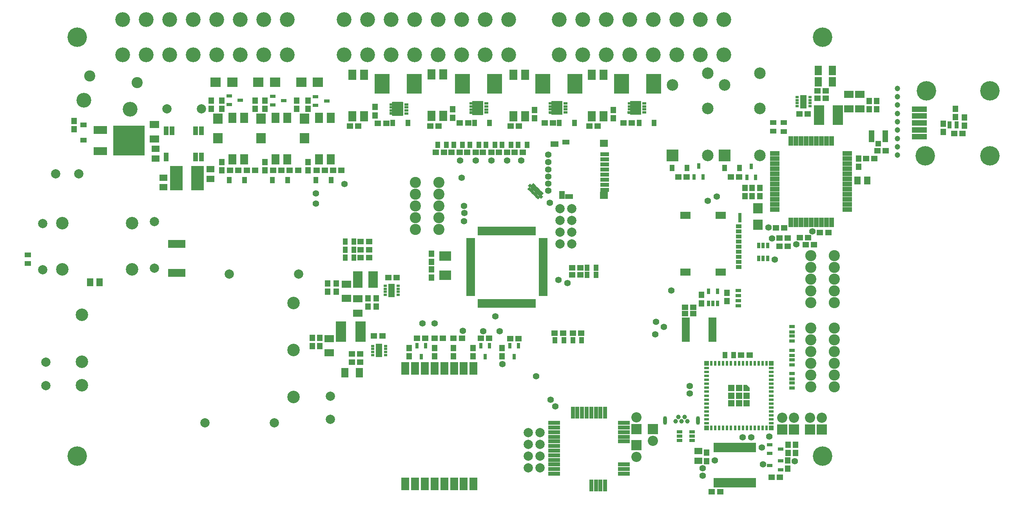
<source format=gts>
G04*
G04 #@! TF.GenerationSoftware,Altium Limited,Altium Designer,23.0.1 (38)*
G04*
G04 Layer_Color=8388736*
%FSLAX44Y44*%
%MOMM*%
G71*
G04*
G04 #@! TF.SameCoordinates,7681B053-B415-4EDE-A76C-09C314C6D952*
G04*
G04*
G04 #@! TF.FilePolarity,Negative*
G04*
G01*
G75*
%ADD87R,1.8532X0.5532*%
%ADD88R,0.5532X1.8532*%
%ADD89R,0.6532X2.0032*%
%ADD90R,1.3532X1.3032*%
%ADD91R,2.5032X0.9032*%
%ADD92R,0.9032X2.5032*%
%ADD93R,1.0032X2.0032*%
%ADD94R,2.0032X1.0032*%
%ADD95C,1.4032*%
%ADD96R,1.7532X1.2032*%
%ADD97R,1.2032X1.7532*%
%ADD98R,1.7032X1.0032*%
%ADD99R,1.7032X1.5032*%
%ADD100R,1.9532X0.9032*%
%ADD101R,1.6032X1.0032*%
%ADD102R,1.8032X2.2032*%
%ADD103R,2.2032X1.5532*%
%ADD104R,0.7032X2.0932*%
%ADD105R,1.1532X0.8732*%
%ADD106R,3.2032X1.2032*%
%ADD107R,3.2032X4.2032*%
%ADD108R,1.1132X1.4232*%
%ADD109R,0.8032X1.2032*%
G04:AMPARAMS|DCode=110|XSize=0.4032mm|YSize=0.6532mm|CornerRadius=0mm|HoleSize=0mm|Usage=FLASHONLY|Rotation=315.000|XOffset=0mm|YOffset=0mm|HoleType=Round|Shape=Rectangle|*
%AMROTATEDRECTD110*
4,1,4,-0.3735,-0.0884,0.0884,0.3735,0.3735,0.0884,-0.0884,-0.3735,-0.3735,-0.0884,0.0*
%
%ADD110ROTATEDRECTD110*%

G04:AMPARAMS|DCode=111|XSize=3.0032mm|YSize=0.5032mm|CornerRadius=0mm|HoleSize=0mm|Usage=FLASHONLY|Rotation=315.000|XOffset=0mm|YOffset=0mm|HoleType=Round|Shape=Rectangle|*
%AMROTATEDRECTD111*
4,1,4,-1.2397,0.8839,-0.8839,1.2397,1.2397,-0.8839,0.8839,-1.2397,-1.2397,0.8839,0.0*
%
%ADD111ROTATEDRECTD111*%

G04:AMPARAMS|DCode=112|XSize=0.5032mm|YSize=0.6532mm|CornerRadius=0mm|HoleSize=0mm|Usage=FLASHONLY|Rotation=315.000|XOffset=0mm|YOffset=0mm|HoleType=Round|Shape=Rectangle|*
%AMROTATEDRECTD112*
4,1,4,-0.4089,-0.0530,0.0530,0.4089,0.4089,0.0530,-0.0530,-0.4089,-0.4089,-0.0530,0.0*
%
%ADD112ROTATEDRECTD112*%

%ADD113R,1.0032X1.4032*%
%ADD114R,1.3032X1.3532*%
%ADD115R,2.6032X2.1032*%
%ADD116R,2.0032X1.5532*%
%ADD117R,2.0032X3.6032*%
%ADD118R,1.4532X2.9032*%
%ADD119R,0.7032X0.6032*%
%ADD120R,2.2032X4.4032*%
%ADD121R,1.5532X2.0032*%
%ADD122R,1.7032X2.7032*%
%ADD123R,1.2032X0.8032*%
%ADD124R,1.7532X1.4032*%
%ADD125R,1.2032X0.7832*%
%ADD126R,1.0032X0.6032*%
%ADD127R,0.6032X1.0032*%
%ADD128R,1.0032X1.0032*%
%ADD129R,1.0032X1.0032*%
%ADD130R,1.4032X1.4032*%
%ADD131R,1.4032X1.4032*%
%ADD132R,1.7032X0.6532*%
%ADD133R,0.8032X1.3032*%
%ADD134R,1.4032X1.7532*%
%ADD135R,0.8732X0.5032*%
%ADD136R,1.2032X1.2532*%
%ADD137R,1.2532X2.6032*%
%ADD138R,1.4032X1.0032*%
%ADD139R,2.2032X4.2032*%
%ADD140R,2.0032X2.3032*%
%ADD141R,0.9032X0.6032*%
%ADD142R,2.7032X5.3032*%
%ADD143R,3.7032X1.6532*%
%ADD144R,1.0032X1.9032*%
%ADD145R,1.4232X1.1132*%
%ADD146R,3.0032X1.7032*%
%ADD147R,6.8032X6.5032*%
%ADD148R,2.3032X2.0032*%
%ADD149C,2.4032*%
%ADD150C,3.2032*%
%ADD151C,2.5032*%
%ADD152R,2.5032X2.5032*%
%ADD153C,1.2032*%
%ADD154C,2.0032*%
%ADD155C,2.2032*%
%ADD156R,2.2032X2.2032*%
%ADD157O,0.8532X1.8532*%
%ADD158C,1.0032*%
%ADD159C,2.7032*%
%ADD160C,4.2032*%
G36*
X855133Y870010D02*
X855264Y869984D01*
X855390Y869941D01*
X855509Y869882D01*
X855620Y869808D01*
X855720Y869720D01*
X855808Y869620D01*
X855882Y869509D01*
X855941Y869390D01*
X855984Y869264D01*
X856010Y869133D01*
X856018Y869000D01*
Y841000D01*
X856010Y840867D01*
X855984Y840736D01*
X855941Y840610D01*
X855882Y840491D01*
X855808Y840380D01*
X855720Y840280D01*
X855620Y840192D01*
X855509Y840118D01*
X855390Y840059D01*
X855264Y840016D01*
X855133Y839990D01*
X855000Y839982D01*
X833000D01*
X832867Y839990D01*
X832737Y840016D01*
X832610Y840059D01*
X832491Y840118D01*
X832380Y840192D01*
X832280Y840280D01*
X832192Y840380D01*
X832118Y840491D01*
X832059Y840610D01*
X832017Y840736D01*
X831991Y840867D01*
X831982Y841000D01*
Y842232D01*
X827500D01*
X827367Y842241D01*
X827236Y842266D01*
X827110Y842309D01*
X826991Y842368D01*
X826880Y842442D01*
X826780Y842530D01*
X826692Y842630D01*
X826618Y842741D01*
X826559Y842860D01*
X826516Y842987D01*
X826490Y843117D01*
X826482Y843250D01*
Y847250D01*
X826490Y847383D01*
X826516Y847514D01*
X826559Y847640D01*
X826618Y847759D01*
X826692Y847870D01*
X826780Y847970D01*
X826880Y848058D01*
X826991Y848132D01*
X827110Y848191D01*
X827236Y848233D01*
X827367Y848260D01*
X827500Y848268D01*
X831982D01*
Y869000D01*
X831991Y869133D01*
X832017Y869264D01*
X832059Y869390D01*
X832118Y869509D01*
X832192Y869620D01*
X832280Y869720D01*
X832380Y869808D01*
X832491Y869882D01*
X832610Y869941D01*
X832737Y869984D01*
X832867Y870010D01*
X833000Y870018D01*
X855000D01*
X855133Y870010D01*
D02*
G37*
G36*
X1028133Y872010D02*
X1028263Y871983D01*
X1028390Y871941D01*
X1028509Y871882D01*
X1028620Y871808D01*
X1028720Y871720D01*
X1028808Y871620D01*
X1028882Y871509D01*
X1028941Y871390D01*
X1028984Y871264D01*
X1029009Y871133D01*
X1029018Y871000D01*
Y843000D01*
X1029009Y842867D01*
X1028984Y842737D01*
X1028941Y842610D01*
X1028882Y842491D01*
X1028808Y842380D01*
X1028720Y842280D01*
X1028620Y842192D01*
X1028509Y842118D01*
X1028390Y842059D01*
X1028263Y842017D01*
X1028133Y841991D01*
X1028000Y841982D01*
X1006000D01*
X1005867Y841991D01*
X1005736Y842017D01*
X1005610Y842059D01*
X1005491Y842118D01*
X1005380Y842192D01*
X1005280Y842280D01*
X1005192Y842380D01*
X1005118Y842491D01*
X1005059Y842610D01*
X1005016Y842737D01*
X1004990Y842867D01*
X1004982Y843000D01*
Y844232D01*
X1000500D01*
X1000367Y844240D01*
X1000237Y844267D01*
X1000110Y844309D01*
X999991Y844368D01*
X999880Y844442D01*
X999780Y844530D01*
X999692Y844630D01*
X999618Y844741D01*
X999559Y844860D01*
X999517Y844986D01*
X999491Y845117D01*
X999482Y845250D01*
Y849250D01*
X999491Y849383D01*
X999517Y849513D01*
X999559Y849640D01*
X999618Y849759D01*
X999692Y849870D01*
X999780Y849970D01*
X999880Y850058D01*
X999991Y850132D01*
X1000110Y850191D01*
X1000237Y850234D01*
X1000367Y850259D01*
X1000500Y850268D01*
X1004982D01*
Y871000D01*
X1004990Y871133D01*
X1005016Y871264D01*
X1005059Y871390D01*
X1005118Y871509D01*
X1005192Y871620D01*
X1005280Y871720D01*
X1005380Y871808D01*
X1005491Y871882D01*
X1005610Y871941D01*
X1005736Y871983D01*
X1005867Y872010D01*
X1006000Y872018D01*
X1028000D01*
X1028133Y872010D01*
D02*
G37*
G36*
X1369383Y872260D02*
X1369514Y872234D01*
X1369640Y872191D01*
X1369759Y872132D01*
X1369870Y872058D01*
X1369970Y871970D01*
X1370058Y871870D01*
X1370132Y871759D01*
X1370191Y871640D01*
X1370233Y871514D01*
X1370260Y871383D01*
X1370268Y871250D01*
Y843250D01*
X1370260Y843117D01*
X1370233Y842987D01*
X1370191Y842860D01*
X1370132Y842741D01*
X1370058Y842630D01*
X1369970Y842530D01*
X1369870Y842442D01*
X1369759Y842368D01*
X1369640Y842309D01*
X1369514Y842266D01*
X1369383Y842241D01*
X1369250Y842232D01*
X1347250D01*
X1347117Y842241D01*
X1346987Y842266D01*
X1346860Y842309D01*
X1346741Y842368D01*
X1346630Y842442D01*
X1346530Y842530D01*
X1346442Y842630D01*
X1346368Y842741D01*
X1346309Y842860D01*
X1346266Y842987D01*
X1346241Y843117D01*
X1346232Y843250D01*
Y844482D01*
X1341750D01*
X1341617Y844491D01*
X1341487Y844517D01*
X1341360Y844559D01*
X1341241Y844618D01*
X1341130Y844692D01*
X1341030Y844780D01*
X1340942Y844880D01*
X1340868Y844991D01*
X1340809Y845110D01*
X1340766Y845237D01*
X1340741Y845367D01*
X1340732Y845500D01*
Y849500D01*
X1340741Y849633D01*
X1340766Y849763D01*
X1340809Y849890D01*
X1340868Y850009D01*
X1340942Y850120D01*
X1341030Y850220D01*
X1341130Y850308D01*
X1341241Y850382D01*
X1341360Y850441D01*
X1341487Y850483D01*
X1341617Y850509D01*
X1341750Y850518D01*
X1346232D01*
Y871250D01*
X1346241Y871383D01*
X1346266Y871514D01*
X1346309Y871640D01*
X1346368Y871759D01*
X1346442Y871870D01*
X1346530Y871970D01*
X1346630Y872058D01*
X1346741Y872132D01*
X1346860Y872191D01*
X1346987Y872234D01*
X1347117Y872260D01*
X1347250Y872268D01*
X1369250D01*
X1369383Y872260D01*
D02*
G37*
G36*
X1199133Y872259D02*
X1199264Y872233D01*
X1199390Y872191D01*
X1199509Y872132D01*
X1199620Y872058D01*
X1199720Y871970D01*
X1199808Y871870D01*
X1199882Y871759D01*
X1199941Y871640D01*
X1199984Y871514D01*
X1200010Y871383D01*
X1200018Y871250D01*
Y843250D01*
X1200010Y843117D01*
X1199984Y842986D01*
X1199941Y842860D01*
X1199882Y842741D01*
X1199808Y842630D01*
X1199720Y842530D01*
X1199620Y842442D01*
X1199509Y842368D01*
X1199390Y842309D01*
X1199264Y842266D01*
X1199133Y842241D01*
X1199000Y842232D01*
X1177000D01*
X1176867Y842241D01*
X1176737Y842266D01*
X1176610Y842309D01*
X1176491Y842368D01*
X1176380Y842442D01*
X1176280Y842530D01*
X1176192Y842630D01*
X1176118Y842741D01*
X1176059Y842860D01*
X1176016Y842986D01*
X1175991Y843117D01*
X1175982Y843250D01*
Y844482D01*
X1171500D01*
X1171367Y844491D01*
X1171236Y844517D01*
X1171110Y844559D01*
X1170991Y844618D01*
X1170880Y844692D01*
X1170780Y844780D01*
X1170692Y844880D01*
X1170618Y844991D01*
X1170559Y845110D01*
X1170517Y845236D01*
X1170490Y845367D01*
X1170482Y845500D01*
Y849500D01*
X1170490Y849633D01*
X1170517Y849763D01*
X1170559Y849890D01*
X1170618Y850009D01*
X1170692Y850120D01*
X1170780Y850220D01*
X1170880Y850308D01*
X1170991Y850382D01*
X1171110Y850441D01*
X1171236Y850483D01*
X1171367Y850509D01*
X1171500Y850518D01*
X1175982D01*
Y871250D01*
X1175991Y871383D01*
X1176016Y871514D01*
X1176059Y871640D01*
X1176118Y871759D01*
X1176192Y871870D01*
X1176280Y871970D01*
X1176380Y872058D01*
X1176491Y872132D01*
X1176610Y872191D01*
X1176737Y872233D01*
X1176867Y872259D01*
X1177000Y872268D01*
X1199000D01*
X1199133Y872259D01*
D02*
G37*
G36*
X1598133Y258509D02*
X1598264Y258484D01*
X1598390Y258441D01*
X1598509Y258382D01*
X1598620Y258308D01*
X1598720Y258220D01*
X1604720Y252220D01*
X1604808Y252120D01*
X1604882Y252009D01*
X1604941Y251890D01*
X1604984Y251763D01*
X1605009Y251633D01*
X1605018Y251500D01*
Y245500D01*
X1605009Y245367D01*
X1604984Y245236D01*
X1604941Y245110D01*
X1604882Y244991D01*
X1604808Y244880D01*
X1604720Y244780D01*
X1604620Y244692D01*
X1604509Y244618D01*
X1604390Y244559D01*
X1604264Y244517D01*
X1604133Y244491D01*
X1604000Y244482D01*
X1592000D01*
X1591867Y244491D01*
X1591736Y244517D01*
X1591610Y244559D01*
X1591491Y244618D01*
X1591380Y244692D01*
X1591280Y244780D01*
X1591192Y244880D01*
X1591118Y244991D01*
X1591059Y245110D01*
X1591017Y245236D01*
X1590991Y245367D01*
X1590982Y245500D01*
Y257500D01*
X1590991Y257633D01*
X1591017Y257764D01*
X1591059Y257890D01*
X1591118Y258009D01*
X1591192Y258120D01*
X1591280Y258220D01*
X1591380Y258308D01*
X1591491Y258382D01*
X1591610Y258441D01*
X1591736Y258484D01*
X1591867Y258509D01*
X1592000Y258518D01*
X1598000D01*
X1598133Y258509D01*
D02*
G37*
D87*
X1001750Y573000D02*
D03*
Y568000D02*
D03*
Y563000D02*
D03*
Y558000D02*
D03*
Y553000D02*
D03*
Y548000D02*
D03*
Y543000D02*
D03*
Y538000D02*
D03*
Y533000D02*
D03*
Y528000D02*
D03*
Y523000D02*
D03*
Y518000D02*
D03*
Y513000D02*
D03*
Y508000D02*
D03*
Y503000D02*
D03*
Y498000D02*
D03*
Y493000D02*
D03*
Y488000D02*
D03*
Y483000D02*
D03*
Y478000D02*
D03*
Y473000D02*
D03*
Y468000D02*
D03*
Y463000D02*
D03*
Y458000D02*
D03*
Y453000D02*
D03*
X1158250D02*
D03*
Y458000D02*
D03*
Y463000D02*
D03*
Y468000D02*
D03*
Y473000D02*
D03*
Y478000D02*
D03*
Y483000D02*
D03*
Y488000D02*
D03*
Y493000D02*
D03*
Y498000D02*
D03*
Y503000D02*
D03*
Y508000D02*
D03*
Y513000D02*
D03*
Y518000D02*
D03*
Y523000D02*
D03*
Y528000D02*
D03*
Y533000D02*
D03*
Y538000D02*
D03*
Y543000D02*
D03*
Y548000D02*
D03*
Y553000D02*
D03*
Y558000D02*
D03*
Y563000D02*
D03*
Y568000D02*
D03*
Y573000D02*
D03*
D88*
X1020000Y434750D02*
D03*
X1025000D02*
D03*
X1030000D02*
D03*
X1035000D02*
D03*
X1040000D02*
D03*
X1045000D02*
D03*
X1050000D02*
D03*
X1055000D02*
D03*
X1060000D02*
D03*
X1065000D02*
D03*
X1070000D02*
D03*
X1075000D02*
D03*
X1080000D02*
D03*
X1085000D02*
D03*
X1090000D02*
D03*
X1095000D02*
D03*
X1100000D02*
D03*
X1105000D02*
D03*
X1110000D02*
D03*
X1115000D02*
D03*
X1120000D02*
D03*
X1125000D02*
D03*
X1130000D02*
D03*
X1135000D02*
D03*
X1140000D02*
D03*
Y591250D02*
D03*
X1135000D02*
D03*
X1130000D02*
D03*
X1125000D02*
D03*
X1120000D02*
D03*
X1115000D02*
D03*
X1110000D02*
D03*
X1105000D02*
D03*
X1100000D02*
D03*
X1095000D02*
D03*
X1090000D02*
D03*
X1085000D02*
D03*
X1080000D02*
D03*
X1075000D02*
D03*
X1070000D02*
D03*
X1065000D02*
D03*
X1060000D02*
D03*
X1055000D02*
D03*
X1050000D02*
D03*
X1045000D02*
D03*
X1040000D02*
D03*
X1035000D02*
D03*
X1030000D02*
D03*
X1025000D02*
D03*
X1020000D02*
D03*
D89*
X1530250Y46750D02*
D03*
X1536750D02*
D03*
X1543250D02*
D03*
X1549750D02*
D03*
X1556250D02*
D03*
X1562750D02*
D03*
X1569250D02*
D03*
X1575750D02*
D03*
X1582250D02*
D03*
X1588750D02*
D03*
X1595250D02*
D03*
X1601750D02*
D03*
X1608250D02*
D03*
X1614750D02*
D03*
X1530250Y122750D02*
D03*
X1536750D02*
D03*
X1543250D02*
D03*
X1549750D02*
D03*
X1556250D02*
D03*
X1562750D02*
D03*
X1569250D02*
D03*
X1575750D02*
D03*
X1582250D02*
D03*
X1588750D02*
D03*
X1595250D02*
D03*
X1601750D02*
D03*
X1608250D02*
D03*
X1614750D02*
D03*
D90*
X1222451Y370000D02*
D03*
X1240451D02*
D03*
X1725750Y561500D02*
D03*
X1743750D02*
D03*
X1239250Y511500D02*
D03*
X1221250D02*
D03*
X1239250Y496000D02*
D03*
X1221250D02*
D03*
X782250Y568250D02*
D03*
X764250D02*
D03*
X782250Y550250D02*
D03*
X764250D02*
D03*
Y533500D02*
D03*
X782250D02*
D03*
X824247Y490693D02*
D03*
X842247D02*
D03*
X763000Y307500D02*
D03*
X745000D02*
D03*
X763000Y325500D02*
D03*
X745000D02*
D03*
X811000Y364500D02*
D03*
X793000D02*
D03*
X886000Y359000D02*
D03*
X904000D02*
D03*
X942000D02*
D03*
X924000D02*
D03*
X983000Y359000D02*
D03*
X965000D02*
D03*
X1201500Y370000D02*
D03*
X1183500D02*
D03*
X1541000Y26750D02*
D03*
X1523000D02*
D03*
X1652250Y58250D02*
D03*
X1670250D02*
D03*
X1604500Y322500D02*
D03*
X1586500D02*
D03*
X1482750Y412000D02*
D03*
X1464750D02*
D03*
X1482750Y426250D02*
D03*
X1464750D02*
D03*
X1730750Y576500D02*
D03*
X1712750D02*
D03*
X1774500Y587250D02*
D03*
X1756500D02*
D03*
X1856000Y748000D02*
D03*
X1874000D02*
D03*
X1898500Y764250D02*
D03*
X1880500D02*
D03*
X2046750Y802250D02*
D03*
X2064750D02*
D03*
X1730000Y844000D02*
D03*
X1712000D02*
D03*
X1769000Y878000D02*
D03*
X1751000D02*
D03*
X1769000Y894000D02*
D03*
X1751000D02*
D03*
X1668750Y557750D02*
D03*
X1686750D02*
D03*
X1668750Y576000D02*
D03*
X1686750D02*
D03*
X1661250Y598000D02*
D03*
X1679250D02*
D03*
X1582250Y708250D02*
D03*
X1564250D02*
D03*
X1468500Y708000D02*
D03*
X1450500D02*
D03*
X1350250Y824500D02*
D03*
X1332250D02*
D03*
X1276250Y818250D02*
D03*
X1258250D02*
D03*
X1179500Y824750D02*
D03*
X1161500D02*
D03*
X996500Y824500D02*
D03*
X978500D02*
D03*
X1106250Y818250D02*
D03*
X1088250D02*
D03*
X1114500Y761250D02*
D03*
X1096500D02*
D03*
X1080500Y761250D02*
D03*
X1062500D02*
D03*
X1046500D02*
D03*
X1028500D02*
D03*
X1012500D02*
D03*
X994500D02*
D03*
X978500D02*
D03*
X960500D02*
D03*
X944500D02*
D03*
X926500D02*
D03*
X932600Y818250D02*
D03*
X914600D02*
D03*
X801500Y824000D02*
D03*
X819500D02*
D03*
X741000Y818250D02*
D03*
X759000D02*
D03*
X518100Y722000D02*
D03*
X536100D02*
D03*
X482100Y722000D02*
D03*
X500100D02*
D03*
X575100Y722000D02*
D03*
X593100D02*
D03*
X668800Y722000D02*
D03*
X686800D02*
D03*
X611100Y722000D02*
D03*
X629100D02*
D03*
X704800Y722000D02*
D03*
X722800D02*
D03*
X1087000Y358000D02*
D03*
X1105000D02*
D03*
X1024000Y359000D02*
D03*
X1042000D02*
D03*
D91*
X1333052Y166000D02*
D03*
Y156000D02*
D03*
Y146000D02*
D03*
Y176000D02*
D03*
Y86000D02*
D03*
Y76000D02*
D03*
Y66000D02*
D03*
Y136000D02*
D03*
X1182052Y176000D02*
D03*
Y166000D02*
D03*
Y156000D02*
D03*
Y146000D02*
D03*
Y136000D02*
D03*
Y126000D02*
D03*
Y116000D02*
D03*
Y106000D02*
D03*
Y96000D02*
D03*
Y86000D02*
D03*
Y76000D02*
D03*
Y66000D02*
D03*
D92*
X1292552Y40500D02*
D03*
X1282552D02*
D03*
X1272552D02*
D03*
X1262552D02*
D03*
X1272552Y198500D02*
D03*
X1262552D02*
D03*
X1252552D02*
D03*
X1242552D02*
D03*
X1232552D02*
D03*
X1222552D02*
D03*
X1282552D02*
D03*
X1292552D02*
D03*
D93*
X1726250Y786000D02*
D03*
X1715250D02*
D03*
X1704250D02*
D03*
X1693250D02*
D03*
X1770250D02*
D03*
X1759250D02*
D03*
X1748250D02*
D03*
X1737250D02*
D03*
X1781250D02*
D03*
X1726250Y610000D02*
D03*
X1715250D02*
D03*
X1704250D02*
D03*
X1693250D02*
D03*
X1770250D02*
D03*
X1759250D02*
D03*
X1748250D02*
D03*
X1737250D02*
D03*
X1781250D02*
D03*
D94*
X1815750Y758500D02*
D03*
Y747500D02*
D03*
Y736500D02*
D03*
Y725500D02*
D03*
Y714500D02*
D03*
Y703500D02*
D03*
Y692500D02*
D03*
Y681500D02*
D03*
Y670500D02*
D03*
Y659500D02*
D03*
Y648500D02*
D03*
Y637500D02*
D03*
X1658750Y758500D02*
D03*
Y747500D02*
D03*
Y736500D02*
D03*
Y725500D02*
D03*
Y714500D02*
D03*
Y703500D02*
D03*
Y692500D02*
D03*
Y681500D02*
D03*
Y670500D02*
D03*
Y659500D02*
D03*
Y648500D02*
D03*
Y637500D02*
D03*
D95*
X1055500Y406250D02*
D03*
X1172500Y651750D02*
D03*
X1169500Y740000D02*
D03*
Y678500D02*
D03*
Y756000D02*
D03*
X987750Y644850D02*
D03*
X667750Y672250D02*
D03*
X729500Y692750D02*
D03*
X667750Y650250D02*
D03*
X1111373Y743750D02*
D03*
X1081000Y743750D02*
D03*
X1046500Y743750D02*
D03*
X1012500Y743750D02*
D03*
X978750Y743750D02*
D03*
X982250Y706500D02*
D03*
X1143000Y277000D02*
D03*
X988000Y629750D02*
D03*
X1169500Y724000D02*
D03*
X987750Y612250D02*
D03*
X1169500Y708500D02*
D03*
Y693250D02*
D03*
X1400250Y367750D02*
D03*
X1419500Y383250D02*
D03*
X1435250Y462500D02*
D03*
X1402000Y394250D02*
D03*
X1633500Y86000D02*
D03*
X1646750Y146250D02*
D03*
X1631250Y123000D02*
D03*
X1475000Y239750D02*
D03*
X1529250Y94500D02*
D03*
X1475000Y256000D02*
D03*
X1502750Y78000D02*
D03*
X1502750Y62250D02*
D03*
X1702250Y93250D02*
D03*
X1608500Y145000D02*
D03*
X1589750Y145250D02*
D03*
X1174750Y226500D02*
D03*
X1185000Y211750D02*
D03*
X897500Y391500D02*
D03*
X924000Y391500D02*
D03*
X1070250Y303500D02*
D03*
X985000Y375000D02*
D03*
X1064750Y374500D02*
D03*
X1029000Y374000D02*
D03*
X1513750Y656000D02*
D03*
X1533750Y665500D02*
D03*
X1211000Y478000D02*
D03*
X1191250Y485500D02*
D03*
X1645500Y598500D02*
D03*
X1653000Y574750D02*
D03*
X1705250Y562500D02*
D03*
X1740500Y590500D02*
D03*
X1658500Y529500D02*
D03*
D96*
X1183250Y779000D02*
D03*
D97*
X1199000Y669250D02*
D03*
D98*
X1214000Y665500D02*
D03*
D99*
X1290000Y780500D02*
D03*
Y668000D02*
D03*
D100*
X1291250Y757000D02*
D03*
Y746000D02*
D03*
Y735000D02*
D03*
Y724000D02*
D03*
Y713000D02*
D03*
Y702000D02*
D03*
Y691000D02*
D03*
Y680000D02*
D03*
D101*
X1207500Y783000D02*
D03*
D102*
X487300Y746000D02*
D03*
X512700D02*
D03*
X487300Y836000D02*
D03*
X512700D02*
D03*
X580300Y746000D02*
D03*
X605700D02*
D03*
X580300Y836000D02*
D03*
X605700D02*
D03*
X1289200Y929000D02*
D03*
X1263800D02*
D03*
X1289200Y839000D02*
D03*
X1263800D02*
D03*
X1119200Y929000D02*
D03*
X1093800D02*
D03*
X1119200Y839000D02*
D03*
X1093800D02*
D03*
X942700Y930000D02*
D03*
X917300D02*
D03*
X942700Y840000D02*
D03*
X917300D02*
D03*
X746550Y839000D02*
D03*
X771950D02*
D03*
X746550Y929000D02*
D03*
X771950D02*
D03*
X699400Y836000D02*
D03*
X674000D02*
D03*
X699400Y746000D02*
D03*
X674000D02*
D03*
D103*
X1542480Y625100D02*
D03*
X1542476Y502500D02*
D03*
X1465976Y625100D02*
D03*
Y502500D02*
D03*
D104*
X1583500Y619950D02*
D03*
D105*
X1581250Y524500D02*
D03*
Y513500D02*
D03*
Y535500D02*
D03*
Y546500D02*
D03*
Y557500D02*
D03*
Y568500D02*
D03*
Y579500D02*
D03*
Y590500D02*
D03*
Y601500D02*
D03*
D106*
X1971250Y794750D02*
D03*
X1971250Y824750D02*
D03*
Y809750D02*
D03*
Y854750D02*
D03*
Y839750D02*
D03*
D107*
X1053850Y909250D02*
D03*
X983850D02*
D03*
X1397500D02*
D03*
X1327500D02*
D03*
X1227500Y909250D02*
D03*
X1157500D02*
D03*
X810250D02*
D03*
X880250D02*
D03*
D108*
X1583000Y727500D02*
D03*
X1550300D02*
D03*
X1469600Y727250D02*
D03*
X1436900D02*
D03*
X1365650Y825000D02*
D03*
X1398350D02*
D03*
X1193650D02*
D03*
X1226350D02*
D03*
X1010000D02*
D03*
X1042700D02*
D03*
X866450Y824500D02*
D03*
X833750D02*
D03*
X667450Y701000D02*
D03*
X700150D02*
D03*
X573750Y701000D02*
D03*
X606450D02*
D03*
X480750D02*
D03*
X513450D02*
D03*
D109*
X1598750Y707000D02*
D03*
X1617750D02*
D03*
X1608250Y731000D02*
D03*
X895000Y319000D02*
D03*
X885500Y343000D02*
D03*
X904500D02*
D03*
X1105500D02*
D03*
X1086500D02*
D03*
X1096000Y319000D02*
D03*
X1042500Y343000D02*
D03*
X1023500D02*
D03*
X1033000Y319000D02*
D03*
X1624250Y559500D02*
D03*
X1633750Y559500D02*
D03*
X1643250D02*
D03*
Y532000D02*
D03*
X1633750D02*
D03*
X1624250D02*
D03*
X1494250Y731500D02*
D03*
X1503750Y707500D02*
D03*
X1484750D02*
D03*
D110*
X1136318Y690945D02*
D03*
X1139146Y688117D02*
D03*
X1141975Y685289D02*
D03*
X1144803Y682460D02*
D03*
X1147632Y679632D02*
D03*
X1150460Y676803D02*
D03*
X1153289Y673975D02*
D03*
X1156117Y671146D02*
D03*
X1128186Y682814D02*
D03*
X1131015Y679985D02*
D03*
X1133843Y677157D02*
D03*
X1136672Y674328D02*
D03*
X1139500Y671500D02*
D03*
X1142328Y668672D02*
D03*
X1145157Y665843D02*
D03*
X1147985Y663015D02*
D03*
D111*
X1142152Y676980D02*
D03*
D112*
X1129777Y689354D02*
D03*
X1154526Y664606D02*
D03*
D113*
X1253756Y511319D02*
D03*
X1272756D02*
D03*
X1253750Y496000D02*
D03*
X1272750D02*
D03*
X730750Y533500D02*
D03*
X749750D02*
D03*
X730750Y550250D02*
D03*
X749750D02*
D03*
X730750Y568250D02*
D03*
X749750D02*
D03*
X1241768Y354720D02*
D03*
X1222768D02*
D03*
X1203000Y354750D02*
D03*
X1184000D02*
D03*
X1570250Y323000D02*
D03*
X1551250D02*
D03*
X1019250Y777250D02*
D03*
X1000250D02*
D03*
X1054000Y777250D02*
D03*
X1035000D02*
D03*
X1088750Y777250D02*
D03*
X1069750D02*
D03*
X1123500Y777500D02*
D03*
X1104500D02*
D03*
X984500Y777250D02*
D03*
X965500D02*
D03*
X949750Y777250D02*
D03*
X930750D02*
D03*
D114*
X917250Y508250D02*
D03*
Y490250D02*
D03*
X917250Y542000D02*
D03*
Y524000D02*
D03*
X711247Y459693D02*
D03*
Y477693D02*
D03*
X693247Y459693D02*
D03*
Y477693D02*
D03*
X798247Y427693D02*
D03*
Y445693D02*
D03*
X780247Y427693D02*
D03*
Y445693D02*
D03*
X676000Y360000D02*
D03*
Y342000D02*
D03*
X660000Y360000D02*
D03*
Y342000D02*
D03*
X869000Y320000D02*
D03*
Y338000D02*
D03*
X924000D02*
D03*
Y320000D02*
D03*
X965000Y338000D02*
D03*
Y320000D02*
D03*
X1511250Y111500D02*
D03*
Y93500D02*
D03*
X1687250Y94750D02*
D03*
Y76750D02*
D03*
X1687500Y110750D02*
D03*
Y128750D02*
D03*
X1703500Y129000D02*
D03*
Y111000D02*
D03*
X1500750Y452750D02*
D03*
Y434750D02*
D03*
X1555500Y457500D02*
D03*
Y439500D02*
D03*
X1839750Y730000D02*
D03*
Y748000D02*
D03*
X2023000Y805250D02*
D03*
Y823250D02*
D03*
X2068500Y836500D02*
D03*
Y818500D02*
D03*
X2049286Y855464D02*
D03*
Y837464D02*
D03*
X1863000Y872000D02*
D03*
Y854000D02*
D03*
X1879000Y872000D02*
D03*
Y854000D02*
D03*
X1626500Y666000D02*
D03*
Y684000D02*
D03*
X1610000D02*
D03*
Y666000D02*
D03*
X1594250Y684250D02*
D03*
Y666250D02*
D03*
X1310000Y835000D02*
D03*
Y853000D02*
D03*
X1140000Y835000D02*
D03*
Y853000D02*
D03*
X963000Y836000D02*
D03*
Y854000D02*
D03*
X795000Y859000D02*
D03*
Y841000D02*
D03*
X441000Y855000D02*
D03*
Y873000D02*
D03*
X464100Y855000D02*
D03*
Y873000D02*
D03*
X557100Y855000D02*
D03*
Y873000D02*
D03*
X536000Y855000D02*
D03*
Y873000D02*
D03*
X626000Y855000D02*
D03*
Y873000D02*
D03*
X650800Y855000D02*
D03*
Y873000D02*
D03*
X464100Y722000D02*
D03*
Y740000D02*
D03*
X650800Y722000D02*
D03*
Y740000D02*
D03*
X557100Y722000D02*
D03*
Y740000D02*
D03*
X145000Y829000D02*
D03*
Y811000D02*
D03*
X1070000Y320000D02*
D03*
Y338000D02*
D03*
X1007000Y320000D02*
D03*
Y338000D02*
D03*
D115*
X946750Y495750D02*
D03*
Y536750D02*
D03*
D116*
X733247Y476193D02*
D03*
Y445193D02*
D03*
X758000Y413500D02*
D03*
Y444500D02*
D03*
X696000Y327500D02*
D03*
Y358500D02*
D03*
X1843000Y855500D02*
D03*
Y886500D02*
D03*
X1819000Y855500D02*
D03*
Y886500D02*
D03*
X319000Y821000D02*
D03*
Y790000D02*
D03*
D117*
X790997Y485943D02*
D03*
X757997D02*
D03*
D118*
X831247Y462693D02*
D03*
X804000Y332750D02*
D03*
X1721000Y870750D02*
D03*
D119*
X817247Y452943D02*
D03*
Y459443D02*
D03*
Y465943D02*
D03*
Y472443D02*
D03*
X845247Y452943D02*
D03*
Y459443D02*
D03*
Y465943D02*
D03*
Y472443D02*
D03*
X818000Y342500D02*
D03*
Y336000D02*
D03*
Y329500D02*
D03*
Y323000D02*
D03*
X790000Y342500D02*
D03*
Y336000D02*
D03*
Y329500D02*
D03*
Y323000D02*
D03*
X1735000Y880500D02*
D03*
Y874000D02*
D03*
Y867500D02*
D03*
Y861000D02*
D03*
X1707000Y880500D02*
D03*
Y874000D02*
D03*
Y867500D02*
D03*
Y861000D02*
D03*
D120*
X764000Y373500D02*
D03*
X722000D02*
D03*
D121*
X730500Y284500D02*
D03*
X761500D02*
D03*
X1752500Y914000D02*
D03*
X1783500D02*
D03*
X1752500Y938000D02*
D03*
X1783500D02*
D03*
D122*
X860913Y293733D02*
D03*
X881913D02*
D03*
X902913D02*
D03*
X923913D02*
D03*
X944913D02*
D03*
X965913D02*
D03*
X986913D02*
D03*
X1007913D02*
D03*
Y43733D02*
D03*
X986913D02*
D03*
X965913D02*
D03*
X944913D02*
D03*
X923913D02*
D03*
X902913D02*
D03*
X881913D02*
D03*
X860913D02*
D03*
D123*
X1480500Y157000D02*
D03*
X1480500Y147500D02*
D03*
Y138000D02*
D03*
X1453000D02*
D03*
Y147500D02*
D03*
Y157000D02*
D03*
X1647500Y84250D02*
D03*
X1671500Y93750D02*
D03*
Y74750D02*
D03*
Y119500D02*
D03*
X1647500Y110000D02*
D03*
Y129000D02*
D03*
X480000Y883500D02*
D03*
Y864500D02*
D03*
X504000Y874000D02*
D03*
X574000Y882500D02*
D03*
Y863500D02*
D03*
X598000Y873000D02*
D03*
X667000Y881500D02*
D03*
Y862500D02*
D03*
X691000Y872000D02*
D03*
D124*
X1493500Y94000D02*
D03*
Y115000D02*
D03*
X338000Y706500D02*
D03*
Y685500D02*
D03*
X440000Y703500D02*
D03*
Y724500D02*
D03*
X321000Y768500D02*
D03*
Y747500D02*
D03*
D125*
X1695750Y262350D02*
D03*
Y251150D02*
D03*
Y271250D02*
D03*
Y282450D02*
D03*
X1696250Y364350D02*
D03*
Y353150D02*
D03*
Y372900D02*
D03*
Y384100D02*
D03*
Y312700D02*
D03*
Y301500D02*
D03*
Y321650D02*
D03*
Y332850D02*
D03*
X1579750Y451150D02*
D03*
Y462350D02*
D03*
Y440100D02*
D03*
Y428900D02*
D03*
D126*
X1651500Y277500D02*
D03*
Y269000D02*
D03*
Y260500D02*
D03*
Y252000D02*
D03*
Y243500D02*
D03*
Y235000D02*
D03*
Y226500D02*
D03*
Y218000D02*
D03*
Y209500D02*
D03*
Y201000D02*
D03*
Y192500D02*
D03*
Y184000D02*
D03*
Y286000D02*
D03*
Y175500D02*
D03*
Y294500D02*
D03*
X1511500Y192500D02*
D03*
Y201000D02*
D03*
Y209500D02*
D03*
Y218000D02*
D03*
Y226500D02*
D03*
Y235000D02*
D03*
Y243500D02*
D03*
Y252000D02*
D03*
Y260500D02*
D03*
Y269000D02*
D03*
Y277500D02*
D03*
Y286000D02*
D03*
Y184000D02*
D03*
Y294500D02*
D03*
Y175500D02*
D03*
D127*
X1624000Y165000D02*
D03*
X1615500D02*
D03*
X1607000D02*
D03*
X1598500D02*
D03*
X1590000D02*
D03*
X1581500D02*
D03*
X1573000D02*
D03*
X1564500D02*
D03*
X1556000D02*
D03*
X1547500D02*
D03*
X1539000D02*
D03*
X1530500D02*
D03*
X1632500D02*
D03*
X1522000D02*
D03*
X1641000D02*
D03*
X1624000Y305000D02*
D03*
X1615500D02*
D03*
X1607000D02*
D03*
X1598500D02*
D03*
X1590000D02*
D03*
X1581500D02*
D03*
X1573000D02*
D03*
X1564500D02*
D03*
X1556000D02*
D03*
X1547500D02*
D03*
X1539000D02*
D03*
X1530500D02*
D03*
X1632500D02*
D03*
X1522000D02*
D03*
X1641000D02*
D03*
D128*
X1511500Y165000D02*
D03*
X1651500Y305000D02*
D03*
D129*
Y165000D02*
D03*
X1511500Y305000D02*
D03*
D130*
X1598000Y218500D02*
D03*
X1565000Y235000D02*
D03*
Y251500D02*
D03*
X1598000Y235000D02*
D03*
X1581500D02*
D03*
D131*
X1565000Y218500D02*
D03*
X1581500D02*
D03*
Y251500D02*
D03*
D132*
X1524500Y380750D02*
D03*
Y387250D02*
D03*
Y393750D02*
D03*
Y400250D02*
D03*
Y354750D02*
D03*
Y361250D02*
D03*
Y367750D02*
D03*
Y374250D02*
D03*
X1466500Y354750D02*
D03*
Y361250D02*
D03*
Y367750D02*
D03*
Y374250D02*
D03*
Y380750D02*
D03*
Y387250D02*
D03*
Y393750D02*
D03*
Y400250D02*
D03*
D133*
X1535000Y460500D02*
D03*
X1516000D02*
D03*
X1535000Y434500D02*
D03*
X1525500D02*
D03*
X1516000D02*
D03*
D134*
X1837750Y700000D02*
D03*
X1858750D02*
D03*
X200500Y480000D02*
D03*
X179500D02*
D03*
D135*
X2051400Y815750D02*
D03*
Y820750D02*
D03*
Y825750D02*
D03*
X2036600Y815750D02*
D03*
Y820750D02*
D03*
Y825750D02*
D03*
D136*
X1882750Y780000D02*
D03*
D137*
X1868000Y796000D02*
D03*
X1897500D02*
D03*
D138*
X1655750Y825750D02*
D03*
Y806750D02*
D03*
X1678250Y825500D02*
D03*
Y806500D02*
D03*
X44750Y539500D02*
D03*
Y520500D02*
D03*
D139*
X1755000Y842000D02*
D03*
X1795000D02*
D03*
D140*
X1622750Y604500D02*
D03*
Y640500D02*
D03*
X642800Y792000D02*
D03*
Y834000D02*
D03*
X549100Y792000D02*
D03*
Y834000D02*
D03*
X456100Y792000D02*
D03*
Y834000D02*
D03*
D141*
X1377000Y867000D02*
D03*
Y860500D02*
D03*
Y854000D02*
D03*
Y847500D02*
D03*
X1345250Y867000D02*
D03*
Y860500D02*
D03*
Y854000D02*
D03*
X1206750Y867000D02*
D03*
Y860500D02*
D03*
Y854000D02*
D03*
Y847500D02*
D03*
X1175000Y867000D02*
D03*
Y860500D02*
D03*
Y854000D02*
D03*
X1035750Y866750D02*
D03*
Y860250D02*
D03*
Y853750D02*
D03*
Y847250D02*
D03*
X1004000Y866750D02*
D03*
Y860250D02*
D03*
Y853750D02*
D03*
X831000Y851750D02*
D03*
Y858250D02*
D03*
Y864750D02*
D03*
X862750Y845250D02*
D03*
Y851750D02*
D03*
Y858250D02*
D03*
Y864750D02*
D03*
D142*
X366000Y705000D02*
D03*
X412000D02*
D03*
D143*
X367000Y563500D02*
D03*
Y500500D02*
D03*
D144*
X420100Y807375D02*
D03*
X407400D02*
D03*
X343900Y750625D02*
D03*
Y807375D02*
D03*
X356600D02*
D03*
X420100Y750625D02*
D03*
X407400D02*
D03*
D145*
X165000Y787650D02*
D03*
Y820350D02*
D03*
D146*
X202000Y809860D02*
D03*
Y764140D02*
D03*
D147*
X264000Y787000D02*
D03*
D148*
X451000Y913000D02*
D03*
X487000D02*
D03*
X579000D02*
D03*
X543000D02*
D03*
X672000Y913000D02*
D03*
X636000D02*
D03*
D149*
X933300Y619450D02*
D03*
X882500D02*
D03*
X933300Y594050D02*
D03*
X882500D02*
D03*
X933300Y644850D02*
D03*
X882500D02*
D03*
X933300Y670250D02*
D03*
X882500D02*
D03*
X933300Y695650D02*
D03*
X882500D02*
D03*
X1736700Y512200D02*
D03*
X1787500D02*
D03*
X1736700Y537600D02*
D03*
X1787500D02*
D03*
X1736700Y486800D02*
D03*
X1787500D02*
D03*
X1736700Y461400D02*
D03*
X1787500D02*
D03*
X1736700Y436000D02*
D03*
X1787500D02*
D03*
X1787550Y253850D02*
D03*
X1736750D02*
D03*
X1787550Y380850D02*
D03*
Y355450D02*
D03*
Y330050D02*
D03*
Y304650D02*
D03*
Y279250D02*
D03*
X1736750D02*
D03*
Y304650D02*
D03*
Y330050D02*
D03*
Y380850D02*
D03*
Y355450D02*
D03*
X179000Y926000D02*
D03*
X281000Y912000D02*
D03*
D150*
X1193250Y1048000D02*
D03*
X1244050D02*
D03*
X1294850D02*
D03*
X1345650D02*
D03*
X1396450D02*
D03*
X1447250D02*
D03*
X1498050D02*
D03*
X1548850D02*
D03*
X1193250Y971800D02*
D03*
X1244050D02*
D03*
X1294850D02*
D03*
X1345650D02*
D03*
X1396450D02*
D03*
X1447250D02*
D03*
X1498050D02*
D03*
X1548850D02*
D03*
X728250Y1048000D02*
D03*
X779050D02*
D03*
X829850D02*
D03*
X880650D02*
D03*
X931450D02*
D03*
X982250D02*
D03*
X1033050D02*
D03*
X1083850D02*
D03*
X728250Y971800D02*
D03*
X779050D02*
D03*
X829850D02*
D03*
X880650D02*
D03*
X931450D02*
D03*
X982250D02*
D03*
X1033050D02*
D03*
X1083850D02*
D03*
X250050Y1048200D02*
D03*
X300850D02*
D03*
X351650D02*
D03*
X402450D02*
D03*
X453250D02*
D03*
X504050D02*
D03*
X554850D02*
D03*
X605650D02*
D03*
X250050Y972000D02*
D03*
X300850D02*
D03*
X351650D02*
D03*
X402450D02*
D03*
X453250D02*
D03*
X504050D02*
D03*
X554850D02*
D03*
X605650D02*
D03*
X166000Y874000D02*
D03*
X266000Y854000D02*
D03*
D151*
X1626600Y932400D02*
D03*
X1550400Y907000D02*
D03*
X1626600Y856200D02*
D03*
Y754600D02*
D03*
X1514200Y932400D02*
D03*
X1438000Y907000D02*
D03*
X1514200Y856200D02*
D03*
Y754600D02*
D03*
D152*
X1550400D02*
D03*
X1438000D02*
D03*
D153*
X1924000Y899250D02*
D03*
Y881250D02*
D03*
Y863250D02*
D03*
Y845250D02*
D03*
Y827250D02*
D03*
Y809250D02*
D03*
Y791250D02*
D03*
Y773250D02*
D03*
Y755250D02*
D03*
D154*
X1220700Y563150D02*
D03*
X1195300D02*
D03*
X1220700Y588550D02*
D03*
X1195300D02*
D03*
X1220700Y613950D02*
D03*
X1195300D02*
D03*
X1220700Y639350D02*
D03*
X1195300D02*
D03*
X1126100Y154860D02*
D03*
X1151500D02*
D03*
X1126100Y129460D02*
D03*
X1151500D02*
D03*
X1126100Y104060D02*
D03*
X1151500D02*
D03*
X1126100Y78660D02*
D03*
X1151500D02*
D03*
X420500Y855000D02*
D03*
X345500D02*
D03*
X428000Y176000D02*
D03*
X578000D02*
D03*
X480000Y498000D02*
D03*
X630000D02*
D03*
X84000Y307000D02*
D03*
Y257000D02*
D03*
X318500Y511000D02*
D03*
Y611000D02*
D03*
X77000Y607000D02*
D03*
Y507000D02*
D03*
X155000Y715000D02*
D03*
X105000D02*
D03*
X699000Y184000D02*
D03*
Y234000D02*
D03*
D155*
X1360000Y187760D02*
D03*
Y102760D02*
D03*
X1395250Y137000D02*
D03*
X1675000Y186750D02*
D03*
X1700400D02*
D03*
X1735004D02*
D03*
X1760400D02*
D03*
D156*
X1360000Y162360D02*
D03*
Y128160D02*
D03*
X1395250Y162400D02*
D03*
X1675000Y161350D02*
D03*
X1700400D02*
D03*
X1735004D02*
D03*
X1760400D02*
D03*
D157*
X1421752Y181445D02*
D03*
X1493252D02*
D03*
D158*
X1444502Y179245D02*
D03*
X1451002Y189245D02*
D03*
X1457502Y179245D02*
D03*
X1464002Y189245D02*
D03*
X1470502Y179245D02*
D03*
D159*
X162000Y409600D02*
D03*
Y308000D02*
D03*
X619200Y231800D02*
D03*
X162000Y257200D02*
D03*
X619200Y333400D02*
D03*
Y435000D02*
D03*
X270000Y607750D02*
D03*
Y507750D02*
D03*
X120000Y607750D02*
D03*
Y507750D02*
D03*
D160*
X2124000Y894000D02*
D03*
Y754000D02*
D03*
X1984000D02*
D03*
X1986250Y894500D02*
D03*
X1762000Y1010000D02*
D03*
Y104000D02*
D03*
X152000D02*
D03*
Y1010000D02*
D03*
M02*

</source>
